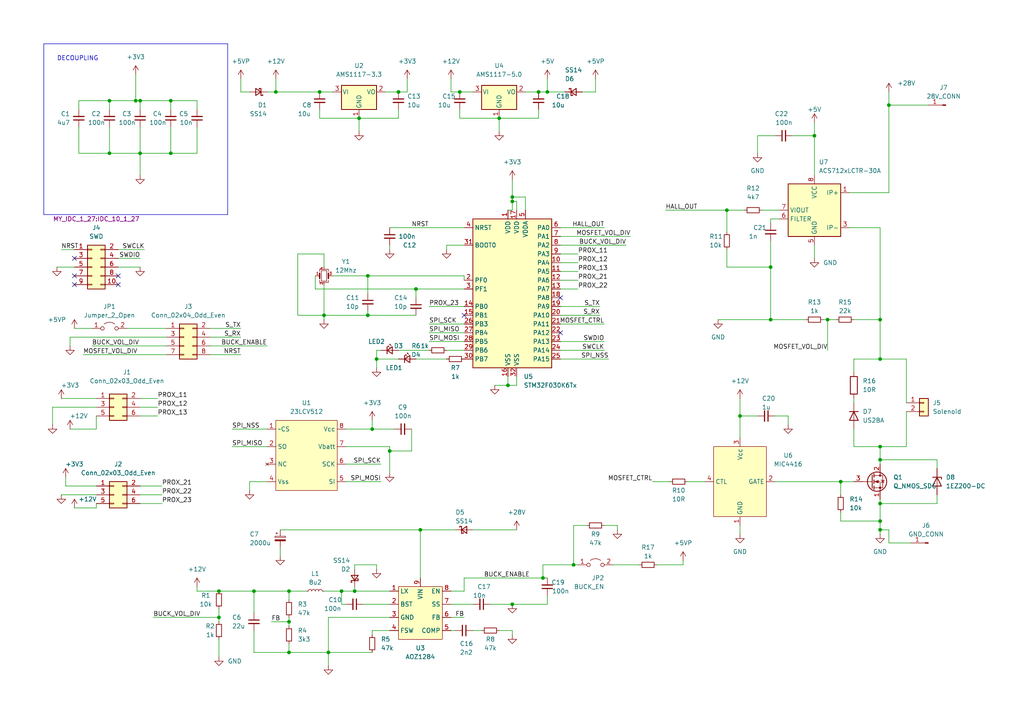
<source format=kicad_sch>
(kicad_sch (version 20230121) (generator eeschema)
  (paper "A4")
  (lib_symbols
    (symbol "Connector:Conn_01x01_Pin" (pin_names (offset 1.016) hide)
      (property "Reference" "J" (at 0 2.54 0))
      (property "Value" "Conn_01x01_Pin" (at 0 -2.54 0))
      (symbol "Conn_01x01_Pin_1_1"
        (pin passive line (at 5.08 0 180) (length 3.81) (name "Pin_1") (number "1"))
      )
    )
    (symbol "Connector_Generic:Conn_01x02" (pin_names (offset 1.016) hide)
      (property "Reference" "J" (at 0 2.54 0))
      (property "Value" "Conn_01x02" (at 0 -5.08 0))
      (symbol "Conn_01x02_1_1"
        (pin passive line (at -5.08 0 0) (length 3.81) (name "Pin_1") (number "1"))
        (pin passive line (at -5.08 -2.54 0) (length 3.81) (name "Pin_2") (number "2"))
      )
    )
    (symbol "Connector_Generic:Conn_02x03_Odd_Even" (pin_names (offset 1.016) hide)
      (property "Reference" "J" (at 1.27 5.08 0))
      (property "Value" "Conn_02x03_Odd_Even" (at 1.27 -5.08 0))
      (symbol "Conn_02x03_Odd_Even_1_1"
        (pin passive line (at -5.08 2.54 0) (length 3.81) (name "Pin_1") (number "1"))
        (pin passive line (at 7.62 2.54 180) (length 3.81) (name "Pin_2") (number "2"))
        (pin passive line (at -5.08 0 0) (length 3.81) (name "Pin_3") (number "3"))
        (pin passive line (at 7.62 0 180) (length 3.81) (name "Pin_4") (number "4"))
        (pin passive line (at -5.08 -2.54 0) (length 3.81) (name "Pin_5") (number "5"))
        (pin passive line (at 7.62 -2.54 180) (length 3.81) (name "Pin_6") (number "6"))
      )
    )
    (symbol "Connector_Generic:Conn_02x04_Odd_Even" (pin_names (offset 1.016) hide)
      (property "Reference" "J" (at 1.27 5.08 0))
      (property "Value" "Conn_02x04_Odd_Even" (at 1.27 -7.62 0))
      (symbol "Conn_02x04_Odd_Even_1_1"
        (pin passive line (at -5.08 2.54 0) (length 3.81) (name "Pin_1") (number "1"))
        (pin passive line (at 7.62 2.54 180) (length 3.81) (name "Pin_2") (number "2"))
        (pin passive line (at -5.08 0 0) (length 3.81) (name "Pin_3") (number "3"))
        (pin passive line (at 7.62 0 180) (length 3.81) (name "Pin_4") (number "4"))
        (pin passive line (at -5.08 -2.54 0) (length 3.81) (name "Pin_5") (number "5"))
        (pin passive line (at 7.62 -2.54 180) (length 3.81) (name "Pin_6") (number "6"))
        (pin passive line (at -5.08 -5.08 0) (length 3.81) (name "Pin_7") (number "7"))
        (pin passive line (at 7.62 -5.08 180) (length 3.81) (name "Pin_8") (number "8"))
      )
    )
    (symbol "Connector_Generic:Conn_02x05_Odd_Even" (pin_names (offset 1.016) hide)
      (property "Reference" "J" (at 1.27 7.62 0))
      (property "Value" "Conn_02x05_Odd_Even" (at 1.27 -7.62 0))
      (symbol "Conn_02x05_Odd_Even_1_1"
        (pin passive line (at -5.08 5.08 0) (length 3.81) (name "Pin_1") (number "1"))
        (pin passive line (at 7.62 -5.08 180) (length 3.81) (name "Pin_10") (number "10"))
        (pin passive line (at 7.62 5.08 180) (length 3.81) (name "Pin_2") (number "2"))
        (pin passive line (at -5.08 2.54 0) (length 3.81) (name "Pin_3") (number "3"))
        (pin passive line (at 7.62 2.54 180) (length 3.81) (name "Pin_4") (number "4"))
        (pin passive line (at -5.08 0 0) (length 3.81) (name "Pin_5") (number "5"))
        (pin passive line (at 7.62 0 180) (length 3.81) (name "Pin_6") (number "6"))
        (pin passive line (at -5.08 -2.54 0) (length 3.81) (name "Pin_7") (number "7"))
        (pin passive line (at 7.62 -2.54 180) (length 3.81) (name "Pin_8") (number "8"))
        (pin passive line (at -5.08 -5.08 0) (length 3.81) (name "Pin_9") (number "9"))
      )
    )
    (symbol "Device:C_Polarized_Small" (pin_numbers hide) (pin_names (offset 0.254) hide)
      (property "Reference" "C" (at 0.254 1.778 0))
      (property "Value" "C_Polarized_Small" (at 0.254 -2.032 0))
      (symbol "C_Polarized_Small_1_1"
        (pin passive line (at 0 2.54 270) (length 1.8542) (name "~") (number "1"))
        (pin passive line (at 0 -2.54 90) (length 1.8542) (name "~") (number "2"))
      )
    )
    (symbol "Device:C_Small" (pin_numbers hide) (pin_names (offset 0.254) hide)
      (property "Reference" "C" (at 0.254 1.778 0))
      (property "Value" "C_Small" (at 0.254 -2.032 0))
      (symbol "C_Small_1_1"
        (pin passive line (at 0 2.54 270) (length 2.032) (name "~") (number "1"))
        (pin passive line (at 0 -2.54 90) (length 2.032) (name "~") (number "2"))
      )
    )
    (symbol "Device:Crystal_GND24_Small" (pin_names (offset 1.016) hide)
      (property "Reference" "Y" (at 1.27 4.445 0))
      (property "Value" "Crystal_GND24_Small" (at 1.27 2.54 0))
      (symbol "Crystal_GND24_Small_1_1"
        (pin passive line (at -2.54 0 0) (length 1.27) (name "1") (number "1"))
        (pin passive line (at 0 -2.54 90) (length 0.635) (name "2") (number "2"))
        (pin passive line (at 2.54 0 180) (length 1.27) (name "3") (number "3"))
        (pin passive line (at 0 2.54 270) (length 0.635) (name "4") (number "4"))
      )
    )
    (symbol "Device:D_Schottky_Small" (pin_numbers hide) (pin_names (offset 0.254) hide)
      (property "Reference" "D" (at -1.27 2.032 0))
      (property "Value" "D_Schottky_Small" (at -7.112 -2.032 0))
      (symbol "D_Schottky_Small_1_1"
        (pin passive line (at -2.54 0 0) (length 1.778) (name "K") (number "1"))
        (pin passive line (at 2.54 0 180) (length 1.778) (name "A") (number "2"))
      )
    )
    (symbol "Device:D_Zener" (pin_numbers hide) (pin_names (offset 1.016) hide)
      (property "Reference" "D" (at 0 2.54 0))
      (property "Value" "D_Zener" (at 0 -2.54 0))
      (symbol "D_Zener_1_1"
        (pin passive line (at -3.81 0 0) (length 2.54) (name "K") (number "1"))
        (pin passive line (at 3.81 0 180) (length 2.54) (name "A") (number "2"))
      )
    )
    (symbol "Device:LED_Small" (pin_numbers hide) (pin_names (offset 0.254) hide)
      (property "Reference" "D" (at -1.27 3.175 0))
      (property "Value" "LED_Small" (at -4.445 -2.54 0))
      (symbol "LED_Small_1_1"
        (pin passive line (at -2.54 0 0) (length 1.778) (name "K") (number "1"))
        (pin passive line (at 2.54 0 180) (length 1.778) (name "A") (number "2"))
      )
    )
    (symbol "Device:L_Small" (pin_numbers hide) (pin_names (offset 0.254) hide)
      (property "Reference" "L" (at 0.762 1.016 0))
      (property "Value" "L_Small" (at 0.762 -1.016 0))
      (symbol "L_Small_1_1"
        (pin passive line (at 0 2.54 270) (length 0.508) (name "~") (number "1"))
        (pin passive line (at 0 -2.54 90) (length 0.508) (name "~") (number "2"))
      )
    )
    (symbol "Device:Q_NMOS_SDG" (pin_names (offset 0) hide)
      (property "Reference" "Q" (at 5.08 1.27 0))
      (property "Value" "Q_NMOS_SDG" (at 5.08 -1.27 0))
      (symbol "Q_NMOS_SDG_1_1"
        (pin passive line (at 2.54 -5.08 90) (length 2.54) (name "S") (number "1"))
        (pin passive line (at 2.54 5.08 270) (length 2.54) (name "D") (number "2"))
        (pin input line (at -5.08 0 0) (length 2.54) (name "G") (number "3"))
      )
    )
    (symbol "Device:R" (pin_numbers hide) (pin_names (offset 0))
      (property "Reference" "R" (at 2.032 0 90))
      (property "Value" "R" (at 0 0 90))
      (symbol "R_1_1"
        (pin passive line (at 0 3.81 270) (length 1.27) (name "~") (number "1"))
        (pin passive line (at 0 -3.81 90) (length 1.27) (name "~") (number "2"))
      )
    )
    (symbol "Device:R_Small" (pin_numbers hide) (pin_names (offset 0.254) hide)
      (property "Reference" "R" (at 0.762 0.508 0))
      (property "Value" "R_Small" (at 0.762 -1.016 0))
      (symbol "R_Small_1_1"
        (pin passive line (at 0 2.54 270) (length 0.762) (name "~") (number "1"))
        (pin passive line (at 0 -2.54 90) (length 0.762) (name "~") (number "2"))
      )
    )
    (symbol "Diode:US2BA" (pin_numbers hide) (pin_names hide)
      (property "Reference" "D" (at 0 2.54 0))
      (property "Value" "US2BA" (at 0 -2.54 0))
      (symbol "US2BA_1_1"
        (pin passive line (at -3.81 0 0) (length 2.54) (name "K") (number "1"))
        (pin passive line (at 3.81 0 180) (length 2.54) (name "A") (number "2"))
      )
    )
    (symbol "Jumper:Jumper_2_Open" (pin_names (offset 0) hide)
      (property "Reference" "JP" (at 0 2.794 0))
      (property "Value" "Jumper_2_Open" (at 0 -2.286 0))
      (symbol "Jumper_2_Open_1_1"
        (pin passive line (at -5.08 0 0) (length 2.54) (name "A") (number "1"))
        (pin passive line (at 5.08 0 180) (length 2.54) (name "B") (number "2"))
      )
    )
    (symbol "MCU_ST_STM32F0:STM32F030K6Tx"
      (property "Reference" "U" (at -12.7 21.59 0))
      (property "Value" "STM32F030K6Tx" (at 5.08 21.59 0))
      (symbol "STM32F030K6Tx_1_1"
        (pin power_in line (at -2.54 22.86 270) (length 2.54) (name "VDD") (number "1"))
        (pin bidirectional line (at 12.7 7.62 180) (length 2.54) (name "PA4") (number "10"))
        (pin bidirectional line (at 12.7 5.08 180) (length 2.54) (name "PA5") (number "11"))
        (pin bidirectional line (at 12.7 2.54 180) (length 2.54) (name "PA6") (number "12"))
        (pin bidirectional line (at 12.7 0 180) (length 2.54) (name "PA7") (number "13"))
        (pin bidirectional line (at -15.24 -5.08 0) (length 2.54) (name "PB0") (number "14"))
        (pin bidirectional line (at -15.24 -7.62 0) (length 2.54) (name "PB1") (number "15"))
        (pin power_in line (at -2.54 -25.4 90) (length 2.54) (name "VSS") (number "16"))
        (pin power_in line (at 0 22.86 270) (length 2.54) (name "VDD") (number "17"))
        (pin bidirectional line (at 12.7 -2.54 180) (length 2.54) (name "PA8") (number "18"))
        (pin bidirectional line (at 12.7 -5.08 180) (length 2.54) (name "PA9") (number "19"))
        (pin input line (at -15.24 2.54 0) (length 2.54) (name "PF0") (number "2"))
        (pin bidirectional line (at 12.7 -7.62 180) (length 2.54) (name "PA10") (number "20"))
        (pin bidirectional line (at 12.7 -10.16 180) (length 2.54) (name "PA11") (number "21"))
        (pin bidirectional line (at 12.7 -12.7 180) (length 2.54) (name "PA12") (number "22"))
        (pin bidirectional line (at 12.7 -15.24 180) (length 2.54) (name "PA13") (number "23"))
        (pin bidirectional line (at 12.7 -17.78 180) (length 2.54) (name "PA14") (number "24"))
        (pin bidirectional line (at 12.7 -20.32 180) (length 2.54) (name "PA15") (number "25"))
        (pin bidirectional line (at -15.24 -10.16 0) (length 2.54) (name "PB3") (number "26"))
        (pin bidirectional line (at -15.24 -12.7 0) (length 2.54) (name "PB4") (number "27"))
        (pin bidirectional line (at -15.24 -15.24 0) (length 2.54) (name "PB5") (number "28"))
        (pin bidirectional line (at -15.24 -17.78 0) (length 2.54) (name "PB6") (number "29"))
        (pin input line (at -15.24 0 0) (length 2.54) (name "PF1") (number "3"))
        (pin bidirectional line (at -15.24 -20.32 0) (length 2.54) (name "PB7") (number "30"))
        (pin input line (at -15.24 12.7 0) (length 2.54) (name "BOOT0") (number "31"))
        (pin power_in line (at 0 -25.4 90) (length 2.54) (name "VSS") (number "32"))
        (pin input line (at -15.24 17.78 0) (length 2.54) (name "NRST") (number "4"))
        (pin power_in line (at 2.54 22.86 270) (length 2.54) (name "VDDA") (number "5"))
        (pin bidirectional line (at 12.7 17.78 180) (length 2.54) (name "PA0") (number "6"))
        (pin bidirectional line (at 12.7 15.24 180) (length 2.54) (name "PA1") (number "7"))
        (pin bidirectional line (at 12.7 12.7 180) (length 2.54) (name "PA2") (number "8"))
        (pin bidirectional line (at 12.7 10.16 180) (length 2.54) (name "PA3") (number "9"))
      )
    )
    (symbol "MY_MOTOR_DRIVER:MIC4416"
      (property "Reference" "U" (at 17.78 8.89 0))
      (property "Value" "MIC4416" (at 17.78 8.89 0))
      (symbol "MIC4416_1_1"
        (pin power_in line (at 0 -12.7 90) (length 2.54) (name "GND") (number "1"))
        (pin output line (at 10.16 0 180) (length 2.54) (name "GATE") (number "2"))
        (pin power_in line (at 0 12.7 270) (length 2.54) (name "Vcc") (number "3"))
        (pin input line (at -10.16 0 0) (length 2.54) (name "CTL") (number "4"))
      )
    )
    (symbol "My elements:23LCV512"
      (property "Reference" "U" (at 0 13.97 0))
      (property "Value" "23LCV512" (at 0 11.43 0))
      (symbol "23LCV512_1_1"
        (pin input line (at -11.43 6.35 0) (length 2.54) (name "~CS") (number "1"))
        (pin output line (at -11.43 1.27 0) (length 2.54) (name "SO") (number "2"))
        (pin no_connect line (at -11.43 -3.81 0) (length 2.54) (name "NC") (number "3"))
        (pin power_in line (at -11.43 -8.89 0) (length 2.54) (name "Vss") (number "4"))
        (pin input line (at 11.43 -8.89 180) (length 2.54) (name "SI") (number "5"))
        (pin input line (at 11.43 -3.81 180) (length 2.54) (name "SCK") (number "6"))
        (pin power_in line (at 11.43 1.27 180) (length 2.54) (name "Vbatt") (number "7"))
        (pin power_in line (at 11.43 6.35 180) (length 2.54) (name "Vcc") (number "8"))
      )
    )
    (symbol "My_Buck:AOZ1284"
      (property "Reference" "U" (at -17.78 0 0))
      (property "Value" "AOZ1284" (at -11.43 0 0))
      (symbol "AOZ1284_1_1"
        (pin output line (at -7.62 -3.81 0) (length 2.54) (name "LX") (number "1"))
        (pin bidirectional line (at -7.62 -7.62 0) (length 2.54) (name "BST") (number "2"))
        (pin input line (at -7.62 -11.43 0) (length 2.54) (name "GND") (number "3"))
        (pin input line (at -7.62 -15.24 0) (length 2.54) (name "FSW") (number "4"))
        (pin input line (at 10.16 -15.24 180) (length 2.54) (name "COMP") (number "5"))
        (pin input line (at 10.16 -11.43 180) (length 2.54) (name "FB") (number "6"))
        (pin input line (at 10.16 -7.62 180) (length 2.54) (name "SS") (number "7"))
        (pin input line (at 10.16 -3.81 180) (length 2.54) (name "EN") (number "8"))
        (pin input line (at 1.27 0 270) (length 2.54) (name "VIN") (number "9"))
      )
    )
    (symbol "Regulator_Linear:AMS1117-3.3" (pin_names (offset 0.254))
      (property "Reference" "U" (at -3.81 3.175 0))
      (property "Value" "AMS1117-3.3" (at 0 3.175 0))
      (symbol "AMS1117-3.3_1_1"
        (pin power_in line (at 0 -7.62 90) (length 2.54) (name "GND") (number "1"))
        (pin power_out line (at 7.62 0 180) (length 2.54) (name "VO") (number "2"))
        (pin power_in line (at -7.62 0 0) (length 2.54) (name "VI") (number "3"))
      )
    )
    (symbol "Regulator_Linear:AMS1117-5.0" (pin_names (offset 0.254))
      (property "Reference" "U" (at -3.81 3.175 0))
      (property "Value" "AMS1117-5.0" (at 0 3.175 0))
      (symbol "AMS1117-5.0_1_1"
        (pin power_in line (at 0 -7.62 90) (length 2.54) (name "GND") (number "1"))
        (pin power_out line (at 7.62 0 180) (length 2.54) (name "VO") (number "2"))
        (pin power_in line (at -7.62 0 0) (length 2.54) (name "VI") (number "3"))
      )
    )
    (symbol "Sensor_Current:ACS712xLCTR-30A"
      (property "Reference" "U" (at 2.54 11.43 0))
      (property "Value" "ACS712xLCTR-30A" (at 2.54 8.89 0))
      (symbol "ACS712xLCTR-30A_1_1"
        (pin passive line (at -10.16 5.08 0) (length 2.54) (name "IP+") (number "1"))
        (pin passive line (at -10.16 5.08 0) (length 2.54) hide (name "IP+") (number "2"))
        (pin passive line (at -10.16 -5.08 0) (length 2.54) (name "IP-") (number "3"))
        (pin passive line (at -10.16 -5.08 0) (length 2.54) hide (name "IP-") (number "4"))
        (pin power_in line (at 0 -10.16 90) (length 2.54) (name "GND") (number "5"))
        (pin passive line (at 10.16 -2.54 180) (length 2.54) (name "FILTER") (number "6"))
        (pin output line (at 10.16 0 180) (length 2.54) (name "VIOUT") (number "7"))
        (pin power_in line (at 0 10.16 270) (length 2.54) (name "VCC") (number "8"))
      )
    )
    (symbol "power:+12V" (power) (pin_names (offset 0))
      (property "Value" "+12V" (at 0 3.556 0))
      (symbol "+12V_1_1"
        (pin power_in line (at 0 0 90) (length 0) hide (name "+12V") (number "1"))
      )
    )
    (symbol "power:+28V" (power) (pin_names (offset 0))
      (property "Value" "+28V" (at 0 3.81 0))
      (symbol "+28V_1_1"
        (pin power_in line (at 0 0 90) (length 0) hide (name "+28V") (number "1"))
      )
    )
    (symbol "power:+3V3" (power) (pin_names (offset 0))
      (property "Value" "+3V3" (at 0 3.556 0))
      (symbol "+3V3_1_1"
        (pin power_in line (at 0 0 90) (length 0) hide (name "+3V3") (number "1"))
      )
    )
    (symbol "power:+5V" (power) (pin_names (offset 0))
      (property "Value" "+5V" (at 0 3.556 0))
      (symbol "+5V_1_1"
        (pin power_in line (at 0 0 90) (length 0) hide (name "+5V") (number "1"))
      )
    )
    (symbol "power:+5VP" (power) (pin_names (offset 0))
      (property "Value" "+5VP" (at 0 3.556 0))
      (symbol "+5VP_1_1"
        (pin power_in line (at 0 0 90) (length 0) hide (name "+5VP") (number "1"))
      )
    )
    (symbol "power:GND" (power) (pin_names (offset 0))
      (property "Value" "GND" (at 0 -3.81 0))
      (symbol "GND_1_1"
        (pin power_in line (at 0 0 270) (length 0) hide (name "GND") (number "1"))
      )
    )
  )
  (junction (at 223.52 77.47))
  (junction (at 210.82 60.96))
  (junction (at 95.25 189.23))
  (junction (at 83.82 189.23))
  (junction (at 255.27 153.67))
  (junction (at 255.27 92.71))
  (junction (at 107.95 124.46))
  (junction (at 120.65 83.82))
  (junction (at 49.53 29.21))
  (junction (at 39.37 29.21))
  (junction (at 255.27 133.35))
  (junction (at 49.53 44.45))
  (junction (at 109.22 104.14))
  (junction (at 156.21 26.67))
  (junction (at 104.14 34.29))
  (junction (at 148.59 58.42))
  (junction (at 133.35 26.67))
  (junction (at 92.71 26.67))
  (junction (at 106.68 80.01))
  (junction (at 157.48 167.64))
  (junction (at 40.64 44.45))
  (junction (at 147.32 111.76))
  (junction (at 148.59 57.15))
  (junction (at 255.27 151.13))
  (junction (at 121.92 153.67))
  (junction (at 223.52 92.71))
  (junction (at 243.84 139.7))
  (junction (at 83.82 171.45))
  (junction (at 99.06 171.45))
  (junction (at 236.22 39.37))
  (junction (at 31.75 29.21))
  (junction (at 31.75 44.45))
  (junction (at 255.27 129.54))
  (junction (at 113.03 130.81))
  (junction (at 166.37 163.83))
  (junction (at 158.75 26.67))
  (junction (at 40.64 29.21))
  (junction (at 102.87 171.45))
  (junction (at 93.98 91.44))
  (junction (at 83.82 180.34))
  (junction (at 106.68 91.44))
  (junction (at 115.57 26.67))
  (junction (at 240.03 92.71))
  (junction (at 63.5 171.45))
  (junction (at 257.81 30.48))
  (junction (at 255.27 146.05))
  (junction (at 63.5 179.07))
  (junction (at 80.01 26.67))
  (junction (at 214.63 120.65))
  (junction (at 144.78 34.29))
  (junction (at 148.59 175.26))
  (junction (at 73.66 171.45))
  (junction (at 255.27 104.14))
  (no_connect (at 34.29 82.55))
  (no_connect (at 134.62 91.44))
  (no_connect (at 34.29 80.01))
  (no_connect (at 21.59 80.01))
  (no_connect (at 162.56 96.52))
  (no_connect (at 21.59 82.55))
  (no_connect (at 21.59 74.93))
  (no_connect (at 162.56 86.36))
  (wire (pts (xy 67.31 124.46) (xy 77.47 124.46)))
  (wire (pts (xy 255.27 129.54) (xy 255.27 133.35)))
  (wire (pts (xy 107.95 121.92) (xy 107.95 124.46)))
  (wire (pts (xy 110.49 134.62) (xy 100.33 134.62)))
  (wire (pts (xy 223.52 77.47) (xy 223.52 92.71)))
  (wire (pts (xy 78.74 180.34) (xy 83.82 180.34)))
  (wire (pts (xy 119.38 124.46) (xy 119.38 130.81)))
  (wire (pts (xy 158.75 175.26) (xy 148.59 175.26)))
  (wire (pts (xy 77.47 26.67) (xy 80.01 26.67)))
  (wire (pts (xy 93.98 171.45) (xy 99.06 171.45)))
  (wire (pts (xy 24.13 102.87) (xy 48.26 102.87)))
  (wire (pts (xy 124.46 88.9) (xy 134.62 88.9)))
  (wire (pts (xy 124.46 96.52) (xy 134.62 96.52)))
  (wire (pts (xy 63.5 179.07) (xy 63.5 176.53)))
  (wire (pts (xy 148.59 52.07) (xy 148.59 57.15)))
  (wire (pts (xy 120.65 91.44) (xy 106.68 91.44)))
  (wire (pts (xy 166.37 152.4) (xy 166.37 163.83)))
  (wire (pts (xy 99.06 171.45) (xy 102.87 171.45)))
  (wire (pts (xy 20.32 100.33) (xy 20.32 97.79)))
  (wire (pts (xy 214.63 152.4) (xy 214.63 154.94)))
  (wire (pts (xy 80.01 26.67) (xy 80.01 22.86)))
  (wire (pts (xy 107.95 124.46) (xy 114.3 124.46)))
  (wire (pts (xy 44.45 179.07) (xy 63.5 179.07)))
  (wire (pts (xy 238.76 92.71) (xy 240.03 92.71)))
  (wire (pts (xy 106.68 80.01) (xy 106.68 85.09)))
  (wire (pts (xy 157.48 163.83) (xy 157.48 167.64)))
  (wire (pts (xy 247.65 92.71) (xy 255.27 92.71)))
  (wire (pts (xy 120.65 83.82) (xy 120.65 86.36)))
  (wire (pts (xy 21.59 147.32) (xy 27.94 147.32)))
  (wire (pts (xy 109.22 165.1) (xy 109.22 163.83)))
  (wire (pts (xy 115.57 31.75) (xy 115.57 34.29)))
  (wire (pts (xy 223.52 64.77) (xy 223.52 63.5)))
  (wire (pts (xy 15.24 118.11) (xy 27.94 118.11)))
  (wire (pts (xy 73.66 171.45) (xy 83.82 171.45)))
  (wire (pts (xy 137.16 26.67) (xy 133.35 26.67)))
  (wire (pts (xy 219.71 120.65) (xy 214.63 120.65)))
  (wire (pts (xy 255.27 146.05) (xy 255.27 151.13)))
  (wire (pts (xy 16.51 77.47) (xy 21.59 77.47)))
  (wire (pts (xy 40.64 31.75) (xy 40.64 29.21)))
  (wire (pts (xy 158.75 172.72) (xy 158.75 175.26)))
  (wire (pts (xy 223.52 69.85) (xy 223.52 77.47)))
  (wire (pts (xy 40.64 146.05) (xy 46.99 146.05)))
  (wire (pts (xy 247.65 115.57) (xy 247.65 116.84)))
  (wire (pts (xy 255.27 92.71) (xy 255.27 104.14)))
  (wire (pts (xy 148.59 58.42) (xy 148.59 60.96)))
  (wire (pts (xy 39.37 29.21) (xy 40.64 29.21)))
  (wire (pts (xy 34.29 77.47) (xy 40.64 77.47)))
  (wire (pts (xy 193.04 60.96) (xy 210.82 60.96)))
  (wire (pts (xy 31.75 44.45) (xy 22.86 44.45)))
  (wire (pts (xy 182.88 68.58) (xy 162.56 68.58)))
  (wire (pts (xy 83.82 171.45) (xy 88.9 171.45)))
  (wire (pts (xy 162.56 81.28) (xy 167.64 81.28)))
  (wire (pts (xy 67.31 129.54) (xy 77.47 129.54)))
  (wire (pts (xy 72.39 139.7) (xy 77.47 139.7)))
  (wire (pts (xy 156.21 31.75) (xy 156.21 34.29)))
  (wire (pts (xy 81.28 161.29) (xy 81.28 158.75)))
  (wire (pts (xy 91.44 83.82) (xy 120.65 83.82)))
  (wire (pts (xy 130.81 175.26) (xy 137.16 175.26)))
  (wire (pts (xy 157.48 167.64) (xy 158.75 167.64)))
  (wire (pts (xy 109.22 106.68) (xy 109.22 104.14)))
  (wire (pts (xy 177.8 163.83) (xy 185.42 163.83)))
  (wire (pts (xy 247.65 129.54) (xy 255.27 129.54)))
  (wire (pts (xy 132.08 153.67) (xy 121.92 153.67)))
  (wire (pts (xy 255.27 133.35) (xy 271.78 133.35)))
  (wire (pts (xy 40.64 120.65) (xy 45.72 120.65)))
  (wire (pts (xy 124.46 93.98) (xy 134.62 93.98)))
  (wire (pts (xy 63.5 185.42) (xy 63.5 190.5)))
  (wire (pts (xy 57.15 171.45) (xy 63.5 171.45)))
  (wire (pts (xy 93.98 73.66) (xy 93.98 77.47)))
  (wire (pts (xy 107.95 184.15) (xy 107.95 182.88)))
  (wire (pts (xy 93.98 92.71) (xy 93.98 91.44)))
  (wire (pts (xy 109.22 104.14) (xy 115.57 104.14)))
  (wire (pts (xy 17.78 143.51) (xy 27.94 143.51)))
  (wire (pts (xy 40.64 118.11) (xy 45.72 118.11)))
  (wire (pts (xy 214.63 120.65) (xy 214.63 127)))
  (wire (pts (xy 60.96 95.25) (xy 69.85 95.25)))
  (wire (pts (xy 149.86 58.42) (xy 148.59 58.42)))
  (wire (pts (xy 224.79 139.7) (xy 243.84 139.7)))
  (wire (pts (xy 148.59 182.88) (xy 144.78 182.88)))
  (wire (pts (xy 172.72 26.67) (xy 172.72 22.86)))
  (wire (pts (xy 220.98 60.96) (xy 226.06 60.96)))
  (wire (pts (xy 115.57 26.67) (xy 111.76 26.67)))
  (wire (pts (xy 17.78 115.57) (xy 27.94 115.57)))
  (wire (pts (xy 120.65 104.14) (xy 129.54 104.14)))
  (wire (pts (xy 210.82 60.96) (xy 215.9 60.96)))
  (wire (pts (xy 158.75 26.67) (xy 163.83 26.67)))
  (wire (pts (xy 22.86 31.75) (xy 22.86 29.21)))
  (wire (pts (xy 113.03 72.39) (xy 113.03 71.12)))
  (wire (pts (xy 73.66 182.88) (xy 73.66 189.23)))
  (wire (pts (xy 106.68 90.17) (xy 106.68 91.44)))
  (wire (pts (xy 179.07 152.4) (xy 175.26 152.4)))
  (wire (pts (xy 93.98 91.44) (xy 93.98 82.55)))
  (wire (pts (xy 57.15 31.75) (xy 57.15 29.21)))
  (wire (pts (xy 149.86 60.96) (xy 149.86 58.42)))
  (wire (pts (xy 134.62 171.45) (xy 134.62 167.64)))
  (wire (pts (xy 166.37 163.83) (xy 157.48 163.83)))
  (wire (pts (xy 63.5 171.45) (xy 73.66 171.45)))
  (wire (pts (xy 168.91 26.67) (xy 172.72 26.67)))
  (wire (pts (xy 109.22 104.14) (xy 109.22 101.6)))
  (wire (pts (xy 121.92 153.67) (xy 121.92 167.64)))
  (wire (pts (xy 262.89 104.14) (xy 255.27 104.14)))
  (wire (pts (xy 107.95 182.88) (xy 113.03 182.88)))
  (wire (pts (xy 210.82 72.39) (xy 210.82 77.47)))
  (wire (pts (xy 95.25 189.23) (xy 95.25 193.04)))
  (wire (pts (xy 148.59 184.15) (xy 148.59 182.88)))
  (wire (pts (xy 147.32 111.76) (xy 143.51 111.76)))
  (wire (pts (xy 162.56 78.74) (xy 167.64 78.74)))
  (wire (pts (xy 236.22 35.56) (xy 236.22 39.37)))
  (wire (pts (xy 144.78 34.29) (xy 156.21 34.29)))
  (wire (pts (xy 208.28 92.71) (xy 223.52 92.71)))
  (wire (pts (xy 162.56 66.04) (xy 175.26 66.04)))
  (wire (pts (xy 144.78 34.29) (xy 144.78 38.1)))
  (polyline (pts (xy 12.7 62.23) (xy 12.7 12.7)))
  (wire (pts (xy 57.15 29.21) (xy 49.53 29.21)))
  (wire (pts (xy 73.66 177.8) (xy 73.66 171.45)))
  (wire (pts (xy 262.89 116.84) (xy 262.89 104.14)))
  (wire (pts (xy 83.82 189.23) (xy 95.25 189.23)))
  (wire (pts (xy 243.84 139.7) (xy 243.84 143.51)))
  (wire (pts (xy 31.75 36.83) (xy 31.75 44.45)))
  (wire (pts (xy 240.03 92.71) (xy 242.57 92.71)))
  (polyline (pts (xy 66.04 62.23) (xy 12.7 62.23)))
  (wire (pts (xy 152.4 60.96) (xy 152.4 57.15)))
  (wire (pts (xy 210.82 77.47) (xy 223.52 77.47)))
  (wire (pts (xy 115.57 101.6) (xy 124.46 101.6)))
  (wire (pts (xy 20.32 97.79) (xy 48.26 97.79)))
  (wire (pts (xy 72.39 139.7) (xy 72.39 142.24)))
  (polyline (pts (xy 12.7 12.7) (xy 66.04 12.7)))
  (wire (pts (xy 162.56 93.98) (xy 175.26 93.98)))
  (wire (pts (xy 83.82 180.34) (xy 83.82 181.61)))
  (wire (pts (xy 124.46 99.06) (xy 134.62 99.06)))
  (wire (pts (xy 170.18 152.4) (xy 166.37 152.4)))
  (wire (pts (xy 181.61 71.12) (xy 162.56 71.12)))
  (wire (pts (xy 264.16 157.48) (xy 257.81 157.48)))
  (wire (pts (xy 106.68 91.44) (xy 93.98 91.44)))
  (wire (pts (xy 113.03 129.54) (xy 113.03 130.81)))
  (wire (pts (xy 105.41 175.26) (xy 113.03 175.26)))
  (wire (pts (xy 96.52 26.67) (xy 92.71 26.67)))
  (wire (pts (xy 57.15 36.83) (xy 57.15 44.45)))
  (wire (pts (xy 236.22 71.12) (xy 236.22 74.93)))
  (wire (pts (xy 36.83 95.25) (xy 48.26 95.25)))
  (wire (pts (xy 130.81 26.67) (xy 130.81 22.86)))
  (wire (pts (xy 95.25 179.07) (xy 95.25 189.23)))
  (wire (pts (xy 162.56 73.66) (xy 167.64 73.66)))
  (wire (pts (xy 243.84 148.59) (xy 243.84 151.13)))
  (wire (pts (xy 129.54 101.6) (xy 134.62 101.6)))
  (wire (pts (xy 120.65 83.82) (xy 134.62 83.82)))
  (wire (pts (xy 162.56 104.14) (xy 176.53 104.14)))
  (wire (pts (xy 100.33 124.46) (xy 107.95 124.46)))
  (wire (pts (xy 246.38 66.04) (xy 255.27 66.04)))
  (wire (pts (xy 100.33 129.54) (xy 113.03 129.54)))
  (wire (pts (xy 99.06 175.26) (xy 99.06 171.45)))
  (wire (pts (xy 156.21 26.67) (xy 152.4 26.67)))
  (wire (pts (xy 142.24 175.26) (xy 148.59 175.26)))
  (wire (pts (xy 162.56 99.06) (xy 175.26 99.06)))
  (wire (pts (xy 158.75 26.67) (xy 156.21 26.67)))
  (wire (pts (xy 15.24 123.19) (xy 15.24 118.11)))
  (wire (pts (xy 60.96 102.87) (xy 69.85 102.87)))
  (wire (pts (xy 255.27 133.35) (xy 255.27 134.62)))
  (wire (pts (xy 69.85 26.67) (xy 72.39 26.67)))
  (wire (pts (xy 257.81 30.48) (xy 257.81 55.88)))
  (wire (pts (xy 229.87 39.37) (xy 236.22 39.37)))
  (wire (pts (xy 104.14 34.29) (xy 104.14 38.1)))
  (wire (pts (xy 134.62 179.07) (xy 130.81 179.07)))
  (wire (pts (xy 73.66 189.23) (xy 83.82 189.23)))
  (wire (pts (xy 214.63 115.57) (xy 214.63 120.65)))
  (wire (pts (xy 247.65 104.14) (xy 247.65 107.95)))
  (wire (pts (xy 148.59 60.96) (xy 147.32 60.96)))
  (wire (pts (xy 49.53 36.83) (xy 49.53 44.45)))
  (wire (pts (xy 257.81 55.88) (xy 246.38 55.88)))
  (wire (pts (xy 40.64 29.21) (xy 49.53 29.21)))
  (wire (pts (xy 243.84 151.13) (xy 255.27 151.13)))
  (wire (pts (xy 110.49 139.7) (xy 100.33 139.7)))
  (wire (pts (xy 49.53 29.21) (xy 49.53 31.75)))
  (wire (pts (xy 26.67 100.33) (xy 48.26 100.33)))
  (wire (pts (xy 210.82 67.31) (xy 210.82 60.96)))
  (wire (pts (xy 86.36 73.66) (xy 86.36 91.44)))
  (wire (pts (xy 119.38 130.81) (xy 113.03 130.81)))
  (wire (pts (xy 247.65 124.46) (xy 247.65 129.54)))
  (wire (pts (xy 109.22 101.6) (xy 110.49 101.6)))
  (wire (pts (xy 257.81 153.67) (xy 255.27 153.67)))
  (wire (pts (xy 262.89 129.54) (xy 255.27 129.54)))
  (wire (pts (xy 255.27 144.78) (xy 255.27 146.05)))
  (wire (pts (xy 22.86 29.21) (xy 31.75 29.21)))
  (wire (pts (xy 255.27 66.04) (xy 255.27 92.71)))
  (wire (pts (xy 162.56 88.9) (xy 173.99 88.9)))
  (wire (pts (xy 189.23 139.7) (xy 194.31 139.7)))
  (wire (pts (xy 39.37 21.59) (xy 39.37 29.21)))
  (wire (pts (xy 60.96 97.79) (xy 69.85 97.79)))
  (wire (pts (xy 40.64 44.45) (xy 31.75 44.45)))
  (wire (pts (xy 129.54 72.39) (xy 129.54 71.12)))
  (wire (pts (xy 49.53 44.45) (xy 40.64 44.45)))
  (wire (pts (xy 257.81 157.48) (xy 257.81 153.67)))
  (wire (pts (xy 19.05 140.97) (xy 27.94 140.97)))
  (wire (pts (xy 199.39 139.7) (xy 204.47 139.7)))
  (wire (pts (xy 81.28 153.67) (xy 121.92 153.67)))
  (wire (pts (xy 40.64 36.83) (xy 40.64 44.45)))
  (wire (pts (xy 27.94 147.32) (xy 27.94 146.05)))
  (wire (pts (xy 86.36 91.44) (xy 93.98 91.44)))
  (wire (pts (xy 102.87 170.18) (xy 102.87 171.45)))
  (wire (pts (xy 228.6 120.65) (xy 224.79 120.65)))
  (wire (pts (xy 133.35 26.67) (xy 130.81 26.67)))
  (wire (pts (xy 40.64 74.93) (xy 34.29 74.93)))
  (wire (pts (xy 255.27 104.14) (xy 247.65 104.14)))
  (wire (pts (xy 109.22 163.83) (xy 102.87 163.83)))
  (wire (pts (xy 134.62 80.01) (xy 134.62 81.28)))
  (wire (pts (xy 102.87 163.83) (xy 102.87 165.1)))
  (wire (pts (xy 22.86 44.45) (xy 22.86 36.83)))
  (wire (pts (xy 149.86 111.76) (xy 147.32 111.76)))
  (wire (pts (xy 130.81 182.88) (xy 132.08 182.88)))
  (wire (pts (xy 219.71 39.37) (xy 224.79 39.37)))
  (wire (pts (xy 83.82 186.69) (xy 83.82 189.23)))
  (polyline (pts (xy 66.04 12.7) (xy 66.04 62.23)))
  (wire (pts (xy 223.52 92.71) (xy 233.68 92.71)))
  (wire (pts (xy 162.56 91.44) (xy 173.99 91.44)))
  (wire (pts (xy 198.12 162.56) (xy 198.12 163.83)))
  (wire (pts (xy 21.59 95.25) (xy 26.67 95.25)))
  (wire (pts (xy 91.44 80.01) (xy 91.44 83.82)))
  (wire (pts (xy 133.35 31.75) (xy 133.35 34.29)))
  (wire (pts (xy 86.36 73.66) (xy 93.98 73.66)))
  (wire (pts (xy 118.11 22.86) (xy 118.11 26.67)))
  (wire (pts (xy 107.95 189.23) (xy 95.25 189.23)))
  (wire (pts (xy 219.71 44.45) (xy 219.71 39.37)))
  (wire (pts (xy 137.16 182.88) (xy 139.7 182.88)))
  (wire (pts (xy 149.86 153.67) (xy 137.16 153.67)))
  (wire (pts (xy 69.85 22.86) (xy 69.85 26.67)))
  (wire (pts (xy 118.11 26.67) (xy 115.57 26.67)))
  (wire (pts (xy 257.81 26.67) (xy 257.81 30.48)))
  (wire (pts (xy 40.64 140.97) (xy 46.99 140.97)))
  (wire (pts (xy 271.78 133.35) (xy 271.78 135.89)))
  (wire (pts (xy 113.03 66.04) (xy 134.62 66.04)))
  (wire (pts (xy 113.03 179.07) (xy 95.25 179.07)))
  (wire (pts (xy 255.27 146.05) (xy 271.78 146.05)))
  (wire (pts (xy 162.56 101.6) (xy 175.26 101.6)))
  (wire (pts (xy 190.5 163.83) (xy 198.12 163.83)))
  (wire (pts (xy 63.5 180.34) (xy 63.5 179.07)))
  (wire (pts (xy 179.07 153.67) (xy 179.07 152.4)))
  (wire (pts (xy 57.15 44.45) (xy 49.53 44.45)))
  (wire (pts (xy 255.27 151.13) (xy 255.27 153.67)))
  (wire (pts (xy 92.71 31.75) (xy 92.71 34.29)))
  (wire (pts (xy 152.4 57.15) (xy 148.59 57.15)))
  (wire (pts (xy 167.64 163.83) (xy 166.37 163.83)))
  (wire (pts (xy 158.75 22.86) (xy 158.75 26.67)))
  (wire (pts (xy 130.81 171.45) (xy 134.62 171.45)))
  (wire (pts (xy 162.56 83.82) (xy 167.64 83.82)))
  (wire (pts (xy 57.15 170.18) (xy 57.15 171.45)))
  (wire (pts (xy 40.64 143.51) (xy 46.99 143.51)))
  (wire (pts (xy 228.6 123.19) (xy 228.6 120.65)))
  (wire (pts (xy 147.32 109.22) (xy 147.32 111.76)))
  (wire (pts (xy 243.84 139.7) (xy 247.65 139.7)))
  (wire (pts (xy 19.05 138.43) (xy 19.05 140.97)))
  (wire (pts (xy 271.78 143.51) (xy 271.78 146.05)))
  (wire (pts (xy 27.94 124.46) (xy 20.32 124.46)))
  (wire (pts (xy 104.14 34.29) (xy 115.57 34.29)))
  (wire (pts (xy 255.27 153.67) (xy 255.27 154.94)))
  (wire (pts (xy 236.22 39.37) (xy 236.22 50.8)))
  (wire (pts (xy 240.03 101.6) (xy 240.03 92.71)))
  (wire (pts (xy 83.82 179.07) (xy 83.82 180.34)))
  (wire (pts (xy 149.86 109.22) (xy 149.86 111.76)))
  (wire (pts (xy 100.33 175.26) (xy 99.06 175.26)))
  (wire (pts (xy 257.81 30.48) (xy 269.24 30.48)))
  (wire (pts (xy 92.71 26.67) (xy 80.01 26.67)))
  (wire (pts (xy 41.91 72.39) (xy 34.29 72.39)))
  (wire (pts (xy 40.64 50.8) (xy 40.64 44.45)))
  (wire (pts (xy 31.75 29.21) (xy 31.75 31.75)))
  (wire (pts (xy 129.54 71.12) (xy 134.62 71.12)))
  (wire (pts (xy 17.78 72.39) (xy 21.59 72.39)))
  (wire (pts (xy 134.62 167.64) (xy 157.48 167.64)))
  (wire (pts (xy 60.96 100.33) (xy 77.47 100.33)))
  (wire (pts (xy 133.35 34.29) (xy 144.78 34.29)))
  (wire (pts (xy 92.71 34.29) (xy 104.14 34.29)))
  (wire (pts (xy 27.94 120.65) (xy 27.94 124.46)))
  (wire (pts (xy 96.52 80.01) (xy 106.68 80.01)))
  (wire (pts (xy 31.75 29.21) (xy 39.37 29.21)))
  (wire (pts (xy 148.59 57.15) (xy 148.59 58.42)))
  (wire (pts (xy 83.82 173.99) (xy 83.82 171.45)))
  (wire (pts (xy 40.64 115.57) (xy 45.72 115.57)))
  (wire (pts (xy 106.68 80.01) (xy 134.62 80.01)))
  (wire (pts (xy 162.56 76.2) (xy 167.64 76.2)))
  (wire (pts (xy 262.89 119.38) (xy 262.89 129.54)))
  (wire (pts (xy 223.52 63.5) (xy 226.06 63.5)))
  (wire (pts (xy 102.87 171.45) (xy 113.03 171.45)))
  (wire (pts (xy 113.03 130.81) (xy 113.03 137.16)))
  (text "DECOUPLING" (at 16.51 17.78 0) (effects (font (size 1.27 1.27)) (justify left bottom)))
  (label "S_TX" (at 69.85 95.25 180))
  (label "FB" (at 134.62 179.07 180))
  (label "HALL_OUT" (at 193.04 60.96 0))
  (label "MOSFET_CTRL" (at 189.23 139.7 180))
  (label "S_RX" (at 173.99 91.44 180))
  (label "SPI_SCK" (at 124.46 93.98 0))
  (label "SPI_MISO" (at 67.31 129.54 0))
  (label "BUCK_ENABLE" (at 153.67 167.64 180))
  (label "NRST" (at 69.85 102.87 180))
  (label "NRST" (at 17.78 72.39 0))
  (label "S_TX" (at 173.99 88.9 180))
  (label "SPI_MISO" (at 124.46 96.52 0))
  (label "MOSFET_VOL_DIV" (at 24.13 102.87 0))
  (label "SPI_MOSI" (at 124.46 99.06 0))
  (label "FB" (at 78.74 180.34 0))
  (label "S_RX" (at 69.85 97.79 180))
  (label "PROX_13" (at 45.72 120.65 0))
  (label "BUCK_VOL_DIV" (at 181.61 71.12 180))
  (label "PROX_22" (at 46.99 143.51 0))
  (label "SWDIO" (at 175.26 99.06 180))
  (label "BUCK_VOL_DIV" (at 44.45 179.07 0))
  (label "PROX_21" (at 167.64 81.28 0))
  (label "BUCK_VOL_DIV" (at 26.67 100.33 0))
  (label "PROX_22" (at 167.64 83.82 0))
  (label "MOSFET_VOL_DIV" (at 182.88 68.58 180))
  (label "PROX_11" (at 45.72 115.57 0))
  (label "PROX_11" (at 167.64 73.66 0))
  (label "PROX_23" (at 46.99 146.05 0))
  (label "HALL_OUT" (at 175.26 66.04 180))
  (label "SPI_SCK" (at 110.49 134.62 180))
  (label "PROX_13" (at 167.64 78.74 0))
  (label "MOSFET_CTRL" (at 175.26 93.98 180))
  (label "SWDIO" (at 40.64 74.93 180))
  (label "SWCLK" (at 175.26 101.6 180))
  (label "SWCLK" (at 41.91 72.39 180))
  (label "SPI_NSS" (at 176.53 104.14 180))
  (label "PROX_23" (at 124.46 88.9 0))
  (label "SPI_MOSI" (at 110.49 139.7 180))
  (label "BUCK_ENABLE" (at 77.47 100.33 180))
  (label "MOSFET_VOL_DIV" (at 240.03 101.6 180))
  (label "PROX_12" (at 167.64 76.2 0))
  (label "NRST" (at 119.38 66.04 0))
  (label "SPI_NSS" (at 67.31 124.46 0))
  (label "PROX_21" (at 46.99 140.97 0))
  (label "PROX_12" (at 45.72 118.11 0))
  (symbol (lib_id "Device:R_Small") (at 83.82 184.15 0) (unit 1)
    (property "Reference" "R4" (at 86.36 182.8799 0) (effects (justify left)))
    (property "Value" "3k3" (at 86.36 185.4199 0) (effects (justify left)))
    (property "Footprint" "Resistor_SMD:R_0603_1608Metric_Pad0.98x0.95mm_HandSolder" (effects hide))
  )
  (symbol (lib_id "Device:R_Small") (at 218.44 60.96 90) (unit 1)
    (property "Reference" "R12" (at 218.44 54.61 90))
    (property "Value" "4k7" (at 218.44 57.15 90))
    (property "Footprint" "Resistor_SMD:R_0603_1608Metric_Pad0.98x0.95mm_HandSolder" (effects hide))
  )
  (symbol (lib_id "power:+3V3") (at 17.78 115.57 0) (unit 1)
    (property "Reference" "#PWR0144" (effects hide))
    (property "Value" "+3V3" (at 20.32 111.76 0))
  )
  (symbol (lib_id "power:GND") (at 148.59 175.26 0) (unit 1)
    (property "Reference" "#PWR0135" (effects hide))
    (property "Value" "GND" (effects hide))
  )
  (symbol (lib_id "Device:R_Small") (at 187.96 163.83 90) (unit 1)
    (property "Reference" "R17" (at 187.96 158.75 90))
    (property "Value" "1k" (at 187.96 161.29 90))
    (property "Footprint" "Resistor_SMD:R_0603_1608Metric_Pad0.98x0.95mm_HandSolder" (effects hide))
  )
  (symbol (lib_id "Device:C_Small") (at 40.64 34.29 180) (unit 1)
    (property "Reference" "C3" (at 38.1 33.02 0) (effects (justify left)))
    (property "Value" "100n" (at 39.37 35.56 0) (effects (justify left)))
    (property "Footprint" "Capacitor_SMD:C_0603_1608Metric_Pad1.08x0.95mm_HandSolder" (effects hide))
  )
  (symbol (lib_id "power:+5VP") (at 198.12 162.56 0) (unit 1)
    (property "Reference" "#PWR0101" (effects hide))
    (property "Value" "+5VP" (at 198.12 157.48 0))
  )
  (symbol (lib_id "Connector_Generic:Conn_02x03_Odd_Even") (at 33.02 143.51 0) (unit 1)
    (property "Reference" "J2" (at 34.29 134.62 0))
    (property "Value" "Conn_02x03_Odd_Even" (at 34.29 137.16 0))
    (property "Footprint" "Connector_IDC:IDC-Header_2x03_P2.54mm_Vertical" (effects hide))
  )
  (symbol (lib_id "power:GND") (at 228.6 123.19 0) (unit 1)
    (property "Reference" "#PWR0115" (effects hide))
    (property "Value" "GND" (effects hide))
  )
  (symbol (lib_id "power:GND") (at 219.71 44.45 0) (unit 1)
    (property "Reference" "#PWR0107" (effects hide))
    (property "Value" "GND" (at 219.71 49.53 0))
  )
  (symbol (lib_id "Device:C_Small") (at 102.87 175.26 270) (unit 1)
    (property "Reference" "C10" (at 95.25 173.99 90) (effects (justify left)))
    (property "Value" "100n" (at 93.98 176.53 90) (effects (justify left)))
    (property "Footprint" "Capacitor_SMD:C_0603_1608Metric_Pad1.08x0.95mm_HandSolder" (effects hide))
  )
  (symbol (lib_id "power:+5V") (at 236.22 35.56 0) (unit 1)
    (property "Reference" "#PWR0105" (effects hide))
    (property "Value" "+5V" (at 236.22 31.75 0))
  )
  (symbol (lib_id "power:+3V3") (at 107.95 121.92 0) (unit 1)
    (property "Reference" "#PWR0139" (effects hide))
    (property "Value" "+3V3" (at 107.95 116.84 0))
  )
  (symbol (lib_id "Device:C_Small") (at 113.03 68.58 0) (unit 1)
    (property "Reference" "C12" (at 116.84 71.12 0) (effects (justify left)))
    (property "Value" "100n" (at 115.57 68.58 0) (effects (justify left)))
    (property "Footprint" "Capacitor_SMD:C_0603_1608Metric_Pad1.08x0.95mm_HandSolder" (effects hide))
  )
  (symbol (lib_id "Device:R_Small") (at 243.84 146.05 0) (unit 1)
    (property "Reference" "R14" (at 246.38 144.7799 0) (effects (justify left)))
    (property "Value" "10k" (at 246.38 147.3199 0) (effects (justify left)))
    (property "Footprint" "Resistor_SMD:R_0603_1608Metric_Pad0.98x0.95mm_HandSolder" (effects hide))
  )
  (symbol (lib_id "power:GND") (at 40.64 50.8 0) (unit 1)
    (property "Reference" "#PWR0118" (effects hide))
    (property "Value" "GND" (effects hide))
  )
  (symbol (lib_id "Device:C_Small") (at 92.71 29.21 0) (unit 1)
    (property "Reference" "C8" (at 87.63 30.48 0) (effects (justify left)))
    (property "Value" "10u" (at 86.36 33.02 0) (effects (justify left)))
    (property "Footprint" "Capacitor_SMD:C_0805_2012Metric_Pad1.18x1.45mm_HandSolder" (effects hide))
  )
  (symbol (lib_id "My elements:23LCV512") (at 88.9 130.81 0) (unit 1)
    (property "Reference" "U1" (at 88.9 116.84 0))
    (property "Value" "23LCV512" (at 88.9 119.38 0))
    (property "Footprint" "Package_SO:SO-8_5.3x6.2mm_P1.27mm" (effects hide))
  )
  (symbol (lib_id "Device:C_Small") (at 116.84 124.46 90) (unit 1)
    (property "Reference" "C9" (at 118.11 118.11 90) (effects (justify left)))
    (property "Value" "100n" (at 119.38 120.65 90) (effects (justify left)))
    (property "Footprint" "Capacitor_SMD:C_0603_1608Metric_Pad1.08x0.95mm_HandSolder" (effects hide))
  )
  (symbol (lib_id "Device:D_Schottky_Small") (at 74.93 26.67 180) (unit 1)
    (property "Reference" "D1" (at 77.47 30.48 0) (effects (justify left)))
    (property "Value" "SS14" (at 77.47 33.02 0) (effects (justify left)))
    (property "Footprint" "Diode_SMD:D_SMA_Handsoldering" (effects hide))
  )
  (symbol (lib_id "Device:C_Small") (at 134.62 182.88 270) (unit 1)
    (property "Reference" "C16" (at 133.35 186.69 90) (effects (justify left)))
    (property "Value" "2n2" (at 133.35 189.23 90) (effects (justify left)))
    (property "Footprint" "Capacitor_SMD:C_0603_1608Metric_Pad1.08x0.95mm_HandSolder" (effects hide))
  )
  (symbol (lib_id "power:GND") (at 113.03 137.16 0) (unit 1)
    (property "Reference" "#PWR0138" (effects hide))
    (property "Value" "GND" (effects hide))
  )
  (symbol (lib_id "power:GND") (at 109.22 106.68 0) (unit 1)
    (property "Reference" "#PWR0120" (effects hide))
    (property "Value" "GND" (effects hide))
  )
  (symbol (lib_id "power:GND") (at 113.03 72.39 0) (unit 1)
    (property "Reference" "#PWR0130" (effects hide))
    (property "Value" "GND" (effects hide))
  )
  (symbol (lib_id "power:GND") (at 72.39 142.24 0) (unit 1)
    (property "Reference" "#PWR0141" (effects hide))
    (property "Value" "GND" (effects hide))
  )
  (symbol (lib_id "power:GND") (at 255.27 154.94 0) (unit 1)
    (property "Reference" "#PWR0117" (effects hide))
    (property "Value" "GND" (at 255.27 160.02 0))
  )
  (symbol (lib_id "power:+5V") (at 158.75 22.86 0) (unit 1)
    (property "Reference" "#PWR0111" (effects hide))
    (property "Value" "+5V" (at 158.75 17.78 0))
  )
  (symbol (lib_id "Device:LED_Small") (at 118.11 104.14 0) (unit 1)
    (property "Reference" "D4" (at 120.65 102.87 0))
    (property "Value" "LED1" (at 114.3 106.68 0))
    (property "Footprint" "LED_SMD:LED_0603_1608Metric_Pad1.05x0.95mm_HandSolder" (effects hide))
  )
  (symbol (lib_id "Device:R_Small") (at 210.82 69.85 180) (unit 1)
    (property "Reference" "R11" (at 205.74 68.58 0) (effects (justify right)))
    (property "Value" "10k" (at 205.74 71.12 0) (effects (justify right)))
    (property "Footprint" "Resistor_SMD:R_0603_1608Metric_Pad0.98x0.95mm_HandSolder" (effects hide))
  )
  (symbol (lib_id "power:+3V3") (at 39.37 21.59 0) (unit 1)
    (property "Reference" "#PWR0119" (effects hide))
    (property "Value" "+3V3" (at 39.37 16.51 0))
  )
  (symbol (lib_id "power:+12V") (at 80.01 22.86 0) (unit 1)
    (property "Reference" "#PWR0125" (effects hide))
    (property "Value" "+12V" (at 80.01 17.78 0))
  )
  (symbol (lib_id "power:GND") (at 15.24 123.19 0) (unit 1)
    (property "Reference" "#PWR0146" (effects hide))
    (property "Value" "GND" (effects hide))
  )
  (symbol (lib_id "Device:C_Small") (at 73.66 180.34 0) (unit 1)
    (property "Reference" "C6" (at 67.31 179.07 0) (effects (justify left)))
    (property "Value" "22u" (at 67.31 181.61 0) (effects (justify left)))
    (property "Footprint" "Capacitor_SMD:C_0805_2012Metric_Pad1.18x1.45mm_HandSolder" (effects hide))
  )
  (symbol (lib_id "Device:R_Small") (at 83.82 176.53 0) (unit 1)
    (property "Reference" "R3" (at 86.36 175.2599 0) (effects (justify left)))
    (property "Value" "47k" (at 86.36 177.7999 0) (effects (justify left)))
    (property "Footprint" "Resistor_SMD:R_0603_1608Metric_Pad0.98x0.95mm_HandSolder" (effects hide))
  )
  (symbol (lib_id "power:+5VP") (at 69.85 22.86 0) (unit 1)
    (property "Reference" "#PWR0126" (effects hide))
    (property "Value" "+5VP" (at 69.85 17.78 0))
  )
  (symbol (lib_id "Regulator_Linear:AMS1117-5.0") (at 144.78 26.67 0) (unit 1)
    (property "Reference" "U4" (at 144.78 19.05 0))
    (property "Value" "AMS1117-5.0" (at 144.78 21.59 0))
    (property "Footprint" "Package_TO_SOT_SMD:SOT-223-3_TabPin2" (effects hide))
    (property "Datasheet" "http://www.advanced-monolithic.com/pdf/ds1117.pdf" (effects hide))
  )
  (symbol (lib_id "Connector_Generic:Conn_01x02") (at 267.97 116.84 0) (unit 1)
    (property "Reference" "J5" (at 270.51 116.8399 0) (effects (justify left)))
    (property "Value" "Solenoid" (at 270.51 119.3799 0) (effects (justify left)))
    (property "Footprint" "Inductor_SMD:L_Bourns_SRR1208_12.7x12.7mm" (effects hide))
  )
  (symbol (lib_id "Device:C_Small") (at 133.35 29.21 0) (unit 1)
    (property "Reference" "C15" (at 128.27 27.94 0) (effects (justify left)))
    (property "Value" "10u" (at 127 30.48 0) (effects (justify left)))
    (property "Footprint" "Capacitor_SMD:C_0805_2012Metric_Pad1.18x1.45mm_HandSolder" (effects hide))
  )
  (symbol (lib_id "power:+3V3") (at 118.11 22.86 0) (unit 1)
    (property "Reference" "#PWR0129" (effects hide))
    (property "Value" "+3V3" (at 118.11 17.78 0))
  )
  (symbol (lib_id "Device:R_Small") (at 63.5 173.99 180) (unit 1)
    (property "Reference" "R1" (at 59.69 172.72 0))
    (property "Value" "10k" (at 59.69 175.26 0))
    (property "Footprint" "Resistor_SMD:R_0603_1608Metric_Pad0.98x0.95mm_HandSolder" (effects hide))
  )
  (symbol (lib_id "power:+28V") (at 149.86 153.67 0) (unit 1)
    (property "Reference" "#PWR0104" (effects hide))
    (property "Value" "+28V" (at 149.86 148.59 0))
  )
  (symbol (lib_id "Device:C_Small") (at 57.15 34.29 180) (unit 1)
    (property "Reference" "C5" (at 54.61 33.02 0) (effects (justify left)))
    (property "Value" "10n" (at 55.88 35.56 0) (effects (justify left)))
    (property "Footprint" "Capacitor_SMD:C_0603_1608Metric_Pad1.08x0.95mm_HandSolder" (effects hide))
  )
  (symbol (lib_id "Jumper:Jumper_2_Open") (at 172.72 163.83 0) (unit 1)
    (property "Reference" "JP2" (at 175.26 167.64 0) (effects (justify right)))
    (property "Value" "BUCK_EN" (at 175.26 170.18 0) (effects (justify right)))
    (property "Footprint" "Connector_PinHeader_2.54mm:PinHeader_1x02_P2.54mm_Vertical" (effects hide))
  )
  (symbol (lib_id "Device:D_Schottky_Small") (at 166.37 26.67 0) (unit 1)
    (property "Reference" "D6" (at 163.83 22.86 0) (effects (justify left)))
    (property "Value" "SS14" (at 163.83 20.32 0) (effects (justify left)))
    (property "Footprint" "Diode_SMD:D_SMA_Handsoldering" (effects hide))
  )
  (symbol (lib_id "Device:Crystal_GND24_Small") (at 93.98 80.01 0) (unit 1)
    (property "Reference" "Y1" (at 100.33 75.8698 0))
    (property "Value" "12Mhz" (at 100.33 78.4098 0))
    (property "Footprint" "Crystal:Crystal_SMD_3225-4Pin_3.2x2.5mm_HandSoldering" (effects hide))
  )
  (symbol (lib_id "Jumper:Jumper_2_Open") (at 31.75 95.25 0) (unit 1)
    (property "Reference" "JP1" (at 31.75 88.9 0))
    (property "Value" "Jumper_2_Open" (at 31.75 91.44 0))
    (property "Footprint" "Connector_PinHeader_2.54mm:PinHeader_1x02_P2.54mm_Vertical" (effects hide))
  )
  (symbol (lib_id "Device:R_Small") (at 132.08 104.14 90) (unit 1)
    (property "Reference" "R7" (at 132.08 106.68 90))
    (property "Value" "1k" (at 132.08 109.22 90))
    (property "Footprint" "Resistor_SMD:R_0603_1608Metric_Pad0.98x0.95mm_HandSolder" (effects hide))
  )
  (symbol (lib_id "power:GND") (at 109.22 165.1 0) (unit 1)
    (property "Reference" "#PWR0137" (effects hide))
    (property "Value" "GND" (effects hide))
  )
  (symbol (lib_id "My_Buck:AOZ1284") (at 120.65 167.64 0) (unit 1)
    (property "Reference" "U3" (at 121.92 187.96 0))
    (property "Value" "AOZ1284" (at 121.92 190.5 0))
    (property "Footprint" "MY_BLUETOOTH:SO-8-pad" (effects hide))
  )
  (symbol (lib_id "Connector_Generic:Conn_02x03_Odd_Even") (at 33.02 118.11 0) (unit 1)
    (property "Reference" "J1" (at 36.83 107.95 0))
    (property "Value" "Conn_02x03_Odd_Even" (at 36.83 110.49 0))
    (property "Footprint" "Connector_IDC:IDC-Header_2x03_P2.54mm_Vertical" (effects hide))
  )
  (symbol (lib_id "Device:C_Small") (at 158.75 170.18 180) (unit 1)
    (property "Reference" "C19" (at 163.83 168.91 0) (effects (justify left)))
    (property "Value" "100n" (at 165.1 171.45 0) (effects (justify left)))
    (property "Footprint" "Capacitor_SMD:C_0603_1608Metric_Pad1.08x0.95mm_HandSolder" (effects hide))
  )
  (symbol (lib_id "power:+12V") (at 57.15 170.18 0) (unit 1)
    (property "Reference" "#PWR0140" (effects hide))
    (property "Value" "+12V" (at 57.15 165.1 0))
  )
  (symbol (lib_id "Regulator_Linear:AMS1117-3.3") (at 104.14 26.67 0) (unit 1)
    (property "Reference" "U2" (at 104.14 19.05 0))
    (property "Value" "AMS1117-3.3" (at 104.14 21.59 0))
    (property "Footprint" "Package_TO_SOT_SMD:SOT-223-3_TabPin2" (effects hide))
    (property "Datasheet" "http://www.advanced-monolithic.com/pdf/ds1117.pdf" (effects hide))
  )
  (symbol (lib_id "Device:C_Small") (at 222.25 120.65 270) (unit 1)
    (property "Reference" "C20" (at 220.98 115.57 90) (effects (justify left)))
    (property "Value" "1u" (at 220.98 118.11 90) (effects (justify left)))
    (property "Footprint" "Capacitor_SMD:C_0603_1608Metric_Pad1.08x0.95mm_HandSolder" (effects hide))
  )
  (symbol (lib_id "Device:R_Small") (at 236.22 92.71 90) (unit 1)
    (property "Reference" "R13" (at 236.22 87.63 90))
    (property "Value" "1k" (at 236.22 90.17 90))
    (property "Footprint" "Resistor_SMD:R_0603_1608Metric_Pad0.98x0.95mm_HandSolder" (effects hide))
  )
  (symbol (lib_id "Device:R_Small") (at 127 101.6 90) (unit 1)
    (property "Reference" "R6" (at 120.65 100.33 90))
    (property "Value" "1k" (at 123.19 100.33 90))
    (property "Footprint" "Resistor_SMD:R_0603_1608Metric_Pad0.98x0.95mm_HandSolder" (effects hide))
  )
  (symbol (lib_id "Device:D_Schottky_Small") (at 134.62 153.67 0) (unit 1)
    (property "Reference" "D5" (at 132.08 148.59 0) (effects (justify left)))
    (property "Value" "SS14" (at 132.08 151.13 0) (effects (justify left)))
    (property "Footprint" "Diode_SMD:D_SMA_Handsoldering" (effects hide))
  )
  (symbol (lib_id "Device:R_Small") (at 107.95 186.69 0) (unit 1)
    (property "Reference" "R5" (at 110.49 185.4199 0) (effects (justify left)))
    (property "Value" "47k" (at 110.49 187.9599 0) (effects (justify left)))
    (property "Footprint" "Resistor_SMD:R_0603_1608Metric_Pad0.98x0.95mm_HandSolder" (effects hide))
  )
  (symbol (lib_id "power:GND") (at 148.59 184.15 0) (unit 1)
    (property "Reference" "#PWR0136" (effects hide))
    (property "Value" "GND" (effects hide))
  )
  (symbol (lib_id "power:GND") (at 144.78 38.1 0) (unit 1)
    (property "Reference" "#PWR0109" (effects hide))
    (property "Value" "GND" (effects hide))
  )
  (symbol (lib_id "MY_MOTOR_DRIVER:MIC4416") (at 214.63 139.7 0) (unit 1)
    (property "Reference" "U6" (at 228.6 132.08 0))
    (property "Value" "MIC4416" (at 228.6 134.62 0))
    (property "Footprint" "Package_TO_SOT_SMD:SOT-143_Handsoldering" (effects hide))
  )
  (symbol (lib_id "Device:C_Small") (at 31.75 34.29 180) (unit 1)
    (property "Reference" "C2" (at 29.21 33.02 0) (effects (justify left)))
    (property "Value" "100n" (at 30.48 35.56 0) (effects (justify left)))
    (property "Footprint" "Capacitor_SMD:C_0603_1608Metric_Pad1.08x0.95mm_HandSolder" (effects hide))
  )
  (symbol (lib_id "power:+12V") (at 20.32 124.46 0) (unit 1)
    (property "Reference" "#PWR0145" (effects hide))
    (property "Value" "+12V" (at 22.86 120.65 0))
  )
  (symbol (lib_id "power:GND") (at 179.07 153.67 0) (unit 1)
    (property "Reference" "#PWR0102" (effects hide))
    (property "Value" "GND" (effects hide))
  )
  (symbol (lib_id "Device:C_Small") (at 22.86 34.29 180) (unit 1)
    (property "Reference" "C1" (at 20.32 33.02 0) (effects (justify left)))
    (property "Value" "4u7" (at 20.32 35.56 0) (effects (justify left)))
    (property "Footprint" "Capacitor_SMD:C_0603_1608Metric_Pad1.08x0.95mm_HandSolder" (effects hide))
  )
  (symbol (lib_id "power:GND") (at 93.98 92.71 0) (unit 1)
    (property "Reference" "#PWR0131" (effects hide))
    (property "Value" "GND" (effects hide))
  )
  (symbol (lib_id "Device:R") (at 247.65 111.76 0) (unit 1)
    (property "Reference" "R16" (at 250.19 110.4899 0) (effects (justify left)))
    (property "Value" "10R" (at 250.19 113.0299 0) (effects (justify left)))
    (property "Footprint" "Resistor_SMD:R_2512_6332Metric_Pad1.40x3.35mm_HandSolder" (effects hide))
  )
  (symbol (lib_id "power:+3V3") (at 19.05 138.43 0) (unit 1)
    (property "Reference" "#PWR0147" (effects hide))
    (property "Value" "+3V3" (at 21.59 134.62 0))
  )
  (symbol (lib_id "power:GND") (at 40.64 77.47 0) (unit 1)
    (property "Reference" "#PWR0123" (effects hide))
    (property "Value" "GND" (effects hide))
  )
  (symbol (lib_id "Device:Q_NMOS_SDG") (at 252.73 139.7 0) (unit 1)
    (property "Reference" "Q1" (at 259.08 138.4299 0) (effects (justify left)))
    (property "Value" "Q_NMOS_SDG" (at 259.08 140.9699 0) (effects (justify left)))
    (property "Footprint" "Package_TO_SOT_SMD:TO-263-2" (effects hide))
  )
  (symbol (lib_id "power:GND") (at 81.28 161.29 0) (unit 1)
    (property "Reference" "#PWR0132" (effects hide))
    (property "Value" "GND" (effects hide))
  )
  (symbol (lib_id "Device:C_Small") (at 223.52 67.31 0) (unit 1)
    (property "Reference" "C21" (at 218.44 66.04 0) (effects (justify left)))
    (property "Value" "1n" (at 217.17 68.58 0) (effects (justify left)))
    (property "Footprint" "Capacitor_SMD:C_0603_1608Metric_Pad1.08x0.95mm_HandSolder" (effects hide))
  )
  (symbol (lib_id "power:GND") (at 16.51 77.47 0) (unit 1)
    (property "Reference" "#PWR0124" (effects hide))
    (property "Value" "GND" (effects hide))
  )
  (symbol (lib_id "MCU_ST_STM32F0:STM32F030K6Tx") (at 149.86 83.82 0) (unit 1)
    (property "Reference" "U5" (at 151.8794 109.22 0) (effects (justify left)))
    (property "Value" "STM32F030K6Tx" (at 151.8794 111.76 0) (effects (justify left)))
    (property "Footprint" "Package_QFP:LQFP-32_7x7mm_P0.8mm" (effects hide))
    (property "Datasheet" "http://www.st.com/st-web-ui/static/active/en/resource/technical/document/datasheet/DM00088500.pdf" (effects hide))
  )
  (symbol (lib_id "Device:R_Small") (at 142.24 182.88 90) (unit 1)
    (property "Reference" "R8" (at 142.24 185.42 90))
    (property "Value" "47k" (at 142.24 187.96 90))
    (property "Footprint" "Resistor_SMD:R_0603_1608Metric_Pad0.98x0.95mm_HandSolder" (effects hide))
  )
  (symbol (lib_id "Device:D_Schottky_Small") (at 102.87 167.64 90) (unit 1)
    (property "Reference" "D2" (at 101.6 165.1 90) (effects (justify left)))
    (property "Value" "SS14" (at 101.6 162.56 90) (effects (justify left)))
    (property "Footprint" "Diode_SMD:D_SMA_Handsoldering" (effects hide))
  )
  (symbol (lib_id "power:GND") (at 20.32 100.33 0) (unit 1)
    (property "Reference" "#PWR0142" (effects hide))
    (property "Value" "GND" (effects hide))
  )
  (symbol (lib_id "power:+12V") (at 21.59 147.32 0) (unit 1)
    (property "Reference" "#PWR0143" (effects hide))
    (property "Value" "+12V" (at 25.4 144.78 0))
  )
  (symbol (lib_id "power:+12V") (at 214.63 115.57 0) (unit 1)
    (property "Reference" "#PWR0113" (effects hide))
    (property "Value" "+12V" (at 214.63 110.49 0))
  )
  (symbol (lib_id "Device:R_Small") (at 172.72 152.4 90) (unit 1)
    (property "Reference" "R9" (at 172.72 154.94 90))
    (property "Value" "47k" (at 172.72 157.48 90))
    (property "Footprint" "Resistor_SMD:R_0603_1608Metric_Pad0.98x0.95mm_HandSolder" (effects hide))
  )
  (symbol (lib_id "Device:C_Polarized_Small") (at 81.28 156.21 0) (unit 1)
    (property "Reference" "C7" (at 72.39 154.94 0) (effects (justify left)))
    (property "Value" "2000u" (at 72.39 157.48 0) (effects (justify left)))
    (property "Footprint" "Capacitor_THT:CP_Radial_D8.0mm_P3.50mm" (effects hide))
  )
  (symbol (lib_id "Connector:Conn_01x01_Pin") (at 269.24 157.48 180) (unit 1)
    (property "Reference" "J6" (at 268.605 152.4 0))
    (property "Value" "GND_CONN" (at 268.605 154.94 0))
    (property "Footprint" "My_elements:single_PAD" (effects hide))
  )
  (symbol (lib_id "power:+5VP") (at 21.59 95.25 0) (unit 1)
    (property "Reference" "#PWR0122" (effects hide))
    (property "Value" "+5VP" (at 16.51 92.71 0))
  )
  (symbol (lib_id "power:+5VP") (at 172.72 22.86 0) (unit 1)
    (property "Reference" "#PWR0110" (effects hide))
    (property "Value" "+5VP" (at 172.72 17.78 0))
  )
  (symbol (lib_id "Device:C_Small") (at 227.33 39.37 90) (unit 1)
    (property "Reference" "C22" (at 228.6 33.02 90) (effects (justify left)))
    (property "Value" "100n" (at 229.87 35.56 90) (effects (justify left)))
    (property "Footprint" "Capacitor_SMD:C_0603_1608Metric_Pad1.08x0.95mm_HandSolder" (effects hide))
  )
  (symbol (lib_id "Device:L_Small") (at 91.44 171.45 90) (unit 1)
    (property "Reference" "L1" (at 91.44 166.37 90))
    (property "Value" "8u2" (at 91.44 168.91 90))
    (property "Footprint" "Inductor_SMD:L_7.3x7.3_H4.5" (effects hide))
  )
  (symbol (lib_id "power:GND") (at 104.14 38.1 0) (unit 1)
    (property "Reference" "#PWR0127" (effects hide))
    (property "Value" "GND" (effects hide))
  )
  (symbol (lib_id "Device:R_Small") (at 245.11 92.71 90) (unit 1)
    (property "Reference" "R15" (at 245.11 87.63 90))
    (property "Value" "22k" (at 245.11 90.17 90))
    (property "Footprint" "Resistor_SMD:R_0603_1608Metric_Pad0.98x0.95mm_HandSolder" (effects hide))
  )
  (symbol (lib_id "Connector:Conn_01x01_Pin") (at 274.32 30.48 180) (unit 1)
    (property "Reference" "J7" (at 273.685 25.4 0))
    (property "Value" "28V_CONN" (at 273.685 27.94 0))
    (property "Footprint" "My_elements:single_PAD" (effects hide))
  )
  (symbol (lib_id "power:GND") (at 63.5 190.5 0) (unit 1)
    (property "Reference" "#PWR0134" (effects hide))
    (property "Value" "GND" (at 66.04 191.7699 0) (effects (justify left)))
  )
  (symbol (lib_id "power:+28V") (at 257.81 26.67 0) (unit 1)
    (property "Reference" "#PWR0108" (effects hide))
    (property "Value" "+28V" (at 262.89 24.13 0))
  )
  (symbol (lib_id "power:GND") (at 129.54 72.39 0) (unit 1)
    (property "Reference" "#PWR0121" (effects hide))
    (property "Value" "GND" (effects hide))
  )
  (symbol (lib_id "Device:C_Small") (at 120.65 88.9 0) (unit 1)
    (property "Reference" "C14" (at 114.3 86.36 0) (effects (justify left)))
    (property "Value" "10p" (at 114.3 88.9 0) (effects (justify left)))
    (property "Footprint" "Capacitor_SMD:C_0603_1608Metric_Pad1.08x0.95mm_HandSolder" (effects hide))
  )
  (symbol (lib_id "power:GND") (at 208.28 92.71 0) (unit 1)
    (property "Reference" "#PWR0114" (effects hide))
    (property "Value" "GND" (at 208.28 97.79 0))
  )
  (symbol (lib_id "Connector_Generic:Conn_02x05_Odd_Even") (at 26.67 77.47 0) (unit 1)
    (property "Reference" "J4" (at 27.94 66.04 0))
    (property "Value" "SWD" (at 27.94 68.58 0))
    (property "Footprint" "MY_IDC_1_27:IDC_10_1_27" (at 27.94 63.5 0))
  )
  (symbol (lib_id "Device:D_Zener") (at 271.78 139.7 270) (unit 1)
    (property "Reference" "D8" (at 274.32 138.4299 90) (effects (justify left)))
    (property "Value" "1EZ200-DC" (at 274.32 140.9699 90) (effects (justify left)))
    (property "Footprint" "Diode_THT:D_DO-41_SOD81_P12.70mm_Horizontal" (effects hide))
  )
  (symbol (lib_id "Device:C_Small") (at 156.21 29.21 0) (unit 1)
    (property "Reference" "C18" (at 161.29 27.94 0) (effects (justify left)))
    (property "Value" "10u" (at 160.02 30.48 0) (effects (justify left)))
    (property "Footprint" "Capacitor_SMD:C_0805_2012Metric_Pad1.18x1.45mm_HandSolder" (effects hide))
  )
  (symbol (lib_id "Connector_Generic:Conn_02x04_Odd_Even") (at 53.34 97.79 0) (unit 1)
    (property "Reference" "J3" (at 54.61 88.9 0))
    (property "Value" "Conn_02x04_Odd_Even" (at 54.61 91.44 0))
    (property "Footprint" "Connector_IDC:IDC-Header_2x04_P2.54mm_Vertical" (effects hide))
  )
  (symbol (lib_id "Sensor_Current:ACS712xLCTR-30A") (at 236.22 60.96 0) (mirror y) (unit 1)
    (property "Reference" "U7" (at 237.49 46.99 0) (effects (justify right)))
    (property "Value" "ACS712xLCTR-30A" (at 237.49 49.53 0) (effects (justify right)))
    (property "Footprint" "Package_SO:SOIC-8_3.9x4.9mm_P1.27mm" (effects hide))
    (property "Datasheet" "http://www.allegromicro.com/~/media/Files/Datasheets/ACS712-Datasheet.ashx?la=en" (effects hide))
  )
  (symbol (lib_id "power:+12V") (at 130.81 22.86 0) (unit 1)
    (property "Reference" "#PWR0128" (effects hide))
    (property "Value" "+12V" (at 130.81 17.78 0))
  )
  (symbol (lib_id "Diode:US2BA") (at 247.65 120.65 270) (unit 1)
    (property "Reference" "D7" (at 250.19 119.3799 90) (effects (justify left)))
    (property "Value" "US2BA" (at 250.19 121.9199 90) (effects (justify left)))
    (property "Footprint" "Diode_SMD:D_SMA_Handsoldering" (effects hide))
    (property "Datasheet" "https://www.onsemi.com/pub/Collateral/US2AA-D.PDF" (effects hide))
  )
  (symbol (lib_id "Device:C_Small") (at 106.68 87.63 0) (unit 1)
    (property "Reference" "C11" (at 100.33 86.36 0) (effects (justify left)))
    (property "Value" "10p" (at 100.33 88.9 0) (effects (justify left)))
    (property "Footprint" "Capacitor_SMD:C_0603_1608Metric_Pad1.08x0.95mm_HandSolder" (effects hide))
  )
  (symbol (lib_id "power:GND") (at 95.25 193.04 0) (unit 1)
    (property "Reference" "#PWR0133" (effects hide))
    (property "Value" "GND" (effects hide))
  )
  (symbol (lib_id "Device:R_Small") (at 63.5 182.88 180) (unit 1)
    (property "Reference" "R2" (at 60.96 181.61 0))
    (property "Value" "1k" (at 60.96 184.15 0))
    (property "Footprint" "Resistor_SMD:R_0603_1608Metric_Pad0.98x0.95mm_HandSolder" (effects hide))
  )
  (symbol (lib_id "Device:LED_Small") (at 113.03 101.6 0) (unit 1)
    (property "Reference" "D3" (at 115.57 100.33 0))
    (property "Value" "LED2" (at 109.22 99.06 0))
    (property "Footprint" "LED_SMD:LED_0603_1608Metric_Pad1.05x0.95mm_HandSolder" (effects hide))
  )
  (symbol (lib_id "power:GND") (at 236.22 74.93 0) (unit 1)
    (property "Reference" "#PWR0106" (effects hide))
    (property "Value" "GND" (at 238.76 76.1999 0) (effects (justify left)))
  )
  (symbol (lib_id "Device:C_Small") (at 139.7 175.26 270) (unit 1)
    (property "Reference" "C17" (at 138.43 170.18 90) (effects (justify left)))
    (property "Value" "10n" (at 137.16 172.72 90) (effects (justify left)))
    (property "Footprint" "Capacitor_SMD:C_0603_1608Metric_Pad1.08x0.95mm_HandSolder" (effects hide))
  )
  (symbol (lib_id "Device:C_Small") (at 49.53 34.29 180) (unit 1)
    (property "Reference" "C4" (at 46.99 33.02 0) (effects (justify left)))
    (property "Value" "100n" (at 48.26 35.56 0) (effects (justify left)))
    (property "Footprint" "Capacitor_SMD:C_0603_1608Metric_Pad1.08x0.95mm_HandSolder" (effects hide))
  )
  (symbol (lib_id "power:GND") (at 214.63 154.94 0) (unit 1)
    (property "Reference" "#PWR0116" (effects hide))
    (property "Value" "GND" (at 214.63 160.02 0))
  )
  (symbol (lib_id "Device:C_Small") (at 115.57 29.21 0) (unit 1)
    (property "Reference" "C13" (at 118.11 27.94 0) (effects (justify left)))
    (property "Value" "10u" (at 118.11 30.48 0) (effects (justify left)))
    (property "Footprint" "Capacitor_SMD:C_0805_2012Metric_Pad1.18x1.45mm_HandSolder" (effects hide))
  )
  (symbol (lib_id "Device:R_Small") (at 196.85 139.7 90) (unit 1)
    (property "Reference" "R10" (at 196.85 142.24 90))
    (property "Value" "10R" (at 196.85 144.78 90))
    (property "Footprint" "Resistor_SMD:R_0603_1608Metric_Pad0.98x0.95mm_HandSolder" (effects hide))
  )
  (symbol (lib_id "power:GND") (at 17.78 143.51 0) (unit 1)
    (property "Reference" "#PWR0148" (effects hide))
    (property "Value" "GND" (effects hide))
  )
  (symbol (lib_id "power:GND") (at 143.51 111.76 0) (unit 1)
    (property "Reference" "#PWR0103" (effects hide))
    (property "Value" "GND" (effects hide))
  )
  (symbol (lib_id "power:+3V3") (at 148.59 52.07 0) (unit 1)
    (property "Reference" "#PWR0112" (effects hide))
    (property "Value" "+3V3" (at 148.59 46.99 0))
  )
)
</source>
